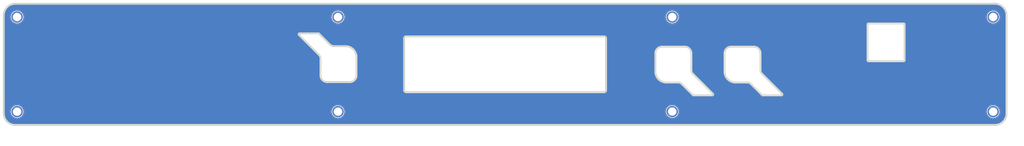
<source format=kicad_pcb>
(kicad_pcb (version 20221018) (generator pcbnew)
  (layers (0 "F.Cu" signal) (31 "B.Cu" signal) (34 "B.Paste" user) (35 "F.Paste" user) (36 "B.SilkS" user "B.Silkscreen") (37 "F.SilkS" user "F.Silkscreen") (38 "B.Mask" user) (39 "F.Mask" user) (44 "Edge.Cuts" user))
  (net 0 "")
  (footprint "CIS:CIS_Edge_Holes" (layer "F.Cu") (at 16.62132 125)
    (fp_text reference "REF**" hide)
    (fp_text value "CIS_Edge_1" hide)
    (pad "" thru_hole circle (at 3.5 -28.5) (size 3 3) (drill 2.2) (layers "*.Cu" "*.Mask"))
    (pad "" thru_hole circle (at 3.5 -3.5) (size 3 3) (drill 2.2) (layers "*.Cu" "*.Mask"))
    (pad "" thru_hole circle (at 88 -28.5) (size 3 3) (drill 2.2) (layers "*.Cu" "*.Mask"))
    (pad "" thru_hole circle (at 88 -3.5) (size 3 3) (drill 2.2) (layers "*.Cu" "*.Mask"))
    (pad "" thru_hole circle (at 176 -28.5) (size 3 3) (drill 2.2) (layers "*.Cu" "*.Mask"))
    (pad "" thru_hole circle (at 176 -3.5287) (size 3 3) (drill 2.2) (layers "*.Cu" "*.Mask"))
    (pad "" thru_hole circle (at 260.5 -28.5) (size 3 3) (drill 2.2) (layers "*.Cu" "*.Mask"))
    (pad "" thru_hole circle (at 260.5 -3.5) (size 3 3) (drill 2.2) (layers "*.Cu" "*.Mask"))
  )
  (gr_arc (start 174.708744 101.595815) (mid 175.06188 101.742682) (end 175.208744 102.095815) (stroke (width 0.5)) (layer "Edge.Cuts"))
  (gr_arc (start 16.61875 96.002574) (mid 16.848296 94.855405) (end 17.5 93.883824) (stroke (width 0.5)) (layer "Edge.Cuts"))
  (gr_arc (start 103.505077 104.187328) (mid 102.978341 104.08329) (end 102.532182 103.784596) (stroke (width 0.5)) (layer "Edge.Cuts"))
  (gr_line (start 16.61875 122.00257) (end 16.61875 96.002574) (stroke (width 0.5)) (layer "Edge.Cuts"))
  (gr_line (start 244.026984 98.442036) (end 244.026984 107.936719) (stroke (width 0.5)) (layer "Edge.Cuts"))
  (gr_line (start 191.067729 113.817669) (end 194.160735 113.817669) (stroke (width 0.5)) (layer "Edge.Cuts"))
  (gr_line (start 209.278314 113.817669) (end 212.37132 113.817669) (stroke (width 0.5)) (layer "Edge.Cuts"))
  (gr_line (start 106.598083 104.187328) (end 103.505077 104.187328) (stroke (width 0.5)) (layer "Edge.Cuts"))
  (gr_arc (start 198.073675 111.500154) (mid 197.774748 111.05409) (end 197.670943 110.527259) (stroke (width 0.5)) (layer "Edge.Cuts"))
  (gr_line (start 122.528744 101.595815) (end 174.708744 101.595815) (stroke (width 0.5)) (layer "Edge.Cuts"))
  (gr_line (start 188.168336 106.066205) (end 188.168336 110.917933) (stroke (width 0.5)) (layer "Edge.Cuts"))
  (gr_line (start 277.618718 125.00257) (end 19.61875 125.00257) (stroke (width 0.5)) (layer "Edge.Cuts"))
  (gr_arc (start 216.28426 111.500154) (mid 215.985359 111.054086) (end 215.881528 110.527259) (stroke (width 0.5)) (layer "Edge.Cuts"))
  (gr_arc (start 101.746355 113.690107) (mid 100.508508 113.176589) (end 99.994869 111.938792) (stroke (width 0.5)) (layer "Edge.Cuts"))
  (gr_arc (start 191.067728 113.817676) (mid 189.958246 113.596974) (end 189.018486 112.967282) (stroke (width 0.5)) (layer "Edge.Cuts"))
  (gr_arc (start 203.350183 117.131851) (mid 203.268631 117.186391) (end 203.172416 117.205576) (stroke (width 0.5)) (layer "Edge.Cuts"))
  (gr_line (start 253.571621 98.192094) (end 244.277098 98.192094) (stroke (width 0.5)) (layer "Edge.Cuts"))
  (gr_arc (start 194.160731 113.81767) (mid 194.687467 113.921708) (end 195.133626 114.220402) (stroke (width 0.5)) (layer "Edge.Cuts"))
  (gr_arc (start 280.618718 122.00257) (mid 280.389186 123.149748) (end 279.737468 124.12132) (stroke (width 0.5)) (layer "Edge.Cuts"))
  (gr_arc (start 109.49757 111.938792) (mid 108.984082 113.176616) (end 107.746298 113.690201) (stroke (width 0.5)) (layer "Edge.Cuts"))
  (gr_line (start 203.350179 116.776318) (end 198.073671 111.500155) (stroke (width 0.5)) (layer "Edge.Cuts"))
  (gr_arc (start 189.01849 112.967281) (mid 188.389013 112.027402) (end 188.168336 110.917933) (stroke (width 0.5)) (layer "Edge.Cuts"))
  (gr_arc (start 195.919453 104.314891) (mid 197.1573 104.828409) (end 197.670939 106.066206) (stroke (width 0.5)) (layer "Edge.Cuts"))
  (gr_line (start 197.670939 110.52726) (end 197.670939 106.066206) (stroke (width 0.5)) (layer "Edge.Cuts"))
  (gr_line (start 101.74632 113.690201) (end 107.746298 113.690201) (stroke (width 0.5)) (layer "Edge.Cuts"))
  (gr_line (start 244.277098 108.186661) (end 253.571621 108.186661) (stroke (width 0.5)) (layer "Edge.Cuts"))
  (gr_line (start 19.61875 93.002574) (end 277.618718 93.002574) (stroke (width 0.5)) (layer "Edge.Cuts"))
  (gr_arc (start 279.737468 93.883824) (mid 280.389645 94.855212) (end 280.618718 96.002574) (stroke (width 0.5)) (layer "Edge.Cuts"))
  (gr_arc (start 94.315594 101.228601) (mid 94.242086 101.050824) (end 94.315594 100.873068) (stroke (width 0.5)) (layer "Edge.Cuts"))
  (gr_line (start 109.497476 111.938792) (end 109.497476 107.087064) (stroke (width 0.5)) (layer "Edge.Cuts"))
  (gr_line (start 280.618718 96.002574) (end 280.618718 122.00257) (stroke (width 0.5)) (layer "Edge.Cuts"))
  (gr_arc (start 19.61875 125.00257) (mid 18.47158 124.773025) (end 17.5 124.12132) (stroke (width 0.5)) (layer "Edge.Cuts"))
  (gr_arc (start 198.222844 117.205232) (mid 198.126689 117.186161) (end 198.045078 117.13185) (stroke (width 0.5)) (layer "Edge.Cuts"))
  (gr_arc (start 253.821735 107.936719) (mid 253.748496 108.113543) (end 253.571621 108.186661) (stroke (width 0.5)) (layer "Edge.Cuts"))
  (gr_arc (start 244.026984 98.442036) (mid 244.100212 98.2652) (end 244.277098 98.192094) (stroke (width 0.5)) (layer "Edge.Cuts"))
  (gr_arc (start 203.350183 116.776317) (mid 203.423588 116.954089) (end 203.350183 117.131851) (stroke (width 0.5)) (layer "Edge.Cuts"))
  (gr_arc (start 207.229075 112.967281) (mid 206.59957 112.02741) (end 206.378921 110.917933) (stroke (width 0.5)) (layer "Edge.Cuts"))
  (gr_arc (start 94.315629 100.873146) (mid 94.397175 100.818601) (end 94.493396 100.799421) (stroke (width 0.5)) (layer "Edge.Cuts"))
  (gr_line (start 195.919453 104.314891) (end 189.919474 104.314891) (stroke (width 0.5)) (layer "Edge.Cuts"))
  (gr_arc (start 99.442964 100.799766) (mid 99.539119 100.818837) (end 99.62073 100.873148) (stroke (width 0.5)) (layer "Edge.Cuts"))
  (gr_line (start 206.378921 106.066205) (end 206.378921 110.917933) (stroke (width 0.5)) (layer "Edge.Cuts"))
  (gr_line (start 203.172412 117.205577) (end 198.222844 117.205233) (stroke (width 0.5)) (layer "Edge.Cuts"))
  (gr_line (start 122.028744 115.875815) (end 122.028744 102.095815) (stroke (width 0.5)) (layer "Edge.Cuts"))
  (gr_arc (start 122.028744 102.095815) (mid 122.175614 101.742684) (end 122.528744 101.595815) (stroke (width 0.5)) (layer "Edge.Cuts"))
  (gr_line (start 214.130042 104.31489) (end 208.130063 104.31489) (stroke (width 0.5)) (layer "Edge.Cuts"))
  (gr_arc (start 277.618718 93.002574) (mid 278.765892 93.232112) (end 279.737468 93.883824) (stroke (width 0.5)) (layer "Edge.Cuts"))
  (gr_line (start 102.532146 103.78469) (end 99.620696 100.873068) (stroke (width 0.5)) (layer "Edge.Cuts"))
  (gr_line (start 215.881528 110.527259) (end 215.881528 106.066205) (stroke (width 0.5)) (layer "Edge.Cuts"))
  (gr_line (start 99.994869 107.477738) (end 99.994869 111.938792) (stroke (width 0.5)) (layer "Edge.Cuts"))
  (gr_line (start 213.344215 114.220401) (end 216.255666 117.131851) (stroke (width 0.5)) (layer "Edge.Cuts"))
  (gr_arc (start 221.560768 116.776317) (mid 221.634163 116.954089) (end 221.560768 117.131851) (stroke (width 0.5)) (layer "Edge.Cuts"))
  (gr_arc (start 17.5 124.12132) (mid 16.847836 123.14993) (end 16.61875 122.00257) (stroke (width 0.5)) (layer "Edge.Cuts"))
  (gr_arc (start 253.571621 98.192094) (mid 253.748416 98.265292) (end 253.821735 98.442036) (stroke (width 0.5)) (layer "Edge.Cuts"))
  (gr_line (start 195.13363 114.220401) (end 198.045081 117.131851) (stroke (width 0.5)) (layer "Edge.Cuts"))
  (gr_line (start 221.560768 116.776317) (end 216.28426 111.500154) (stroke (width 0.5)) (layer "Edge.Cuts"))
  (gr_arc (start 99.592102 106.504937) (mid 99.891199 106.950951) (end 99.995006 107.477832) (stroke (width 0.5)) (layer "Edge.Cuts"))
  (gr_line (start 253.821735 107.936719) (end 253.821735 98.442036) (stroke (width 0.5)) (layer "Edge.Cuts"))
  (gr_arc (start 212.37132 113.817669) (mid 212.898055 113.921703) (end 213.344215 114.220401) (stroke (width 0.5)) (layer "Edge.Cuts"))
  (gr_arc (start 244.277098 108.186661) (mid 244.100294 108.113473) (end 244.026984 107.936719) (stroke (width 0.5)) (layer "Edge.Cuts"))
  (gr_line (start 174.708744 116.375815) (end 122.528744 116.375815) (stroke (width 0.5)) (layer "Edge.Cuts"))
  (gr_arc (start 214.130042 104.31489) (mid 215.367865 104.82844) (end 215.881528 106.066205) (stroke (width 0.5)) (layer "Edge.Cuts"))
  (gr_line (start 175.208744 102.095815) (end 175.208744 115.875815) (stroke (width 0.5)) (layer "Edge.Cuts"))
  (gr_line (start 94.315629 101.22868) (end 99.592137 106.504843) (stroke (width 0.5)) (layer "Edge.Cuts"))
  (gr_arc (start 122.528744 116.375815) (mid 122.17562 116.228942) (end 122.028744 115.875815) (stroke (width 0.5)) (layer "Edge.Cuts"))
  (gr_arc (start 175.208744 115.875815) (mid 175.061875 116.228944) (end 174.708744 116.375815) (stroke (width 0.5)) (layer "Edge.Cuts"))
  (gr_arc (start 106.598083 104.187329) (mid 107.707573 104.40804) (end 108.647342 105.037734) (stroke (width 0.5)) (layer "Edge.Cuts"))
  (gr_arc (start 17.5 93.883824) (mid 18.471389 93.231656) (end 19.61875 93.002574) (stroke (width 0.5)) (layer "Edge.Cuts"))
  (gr_line (start 221.383001 117.205576) (end 216.433433 117.205232) (stroke (width 0.5)) (layer "Edge.Cuts"))
  (gr_arc (start 108.647436 105.037641) (mid 109.276972 105.977525) (end 109.497475 107.087064) (stroke (width 0.5)) (layer "Edge.Cuts"))
  (gr_arc (start 221.560768 117.131851) (mid 221.479223 117.186412) (end 221.383001 117.205576) (stroke (width 0.5)) (layer "Edge.Cuts"))
  (gr_line (start 94.493396 100.799421) (end 99.442964 100.799765) (stroke (width 0.5)) (layer "Edge.Cuts"))
  (gr_arc (start 206.378921 106.066205) (mid 206.892362 104.828449) (end 208.130063 104.31489) (stroke (width 0.5)) (layer "Edge.Cuts"))
  (gr_arc (start 279.737468 124.12132) (mid 278.766076 124.773474) (end 277.618718 125.00257) (stroke (width 0.5)) (layer "Edge.Cuts"))
  (gr_arc (start 216.433433 117.205231) (mid 216.337275 117.186164) (end 216.255667 117.131849) (stroke (width 0.5)) (layer "Edge.Cuts"))
  (gr_arc (start 188.168336 106.066205) (mid 188.681774 104.828436) (end 189.919478 104.31489) (stroke (width 0.5)) (layer "Edge.Cuts"))
  (gr_arc (start 209.278314 113.817669) (mid 208.168838 113.596969) (end 207.229075 112.967281) (stroke (width 0.5)) (layer "Edge.Cuts"))
  (zone (net 0) (net_name "") (layers "F&B.Cu") (connect_pads no (clearance 0.15)) (min_thickness 0.15) (fill yes (thermal_gap 0.2) (thermal_bridge_width 0.2) (island_removal_mode 1) (island_area_min 10))
    (polygon (pts (xy 281.62132 126) (xy 15.62132 126) (xy 15.62132 92) (xy 281.62132 92)))
  )
)
</source>
